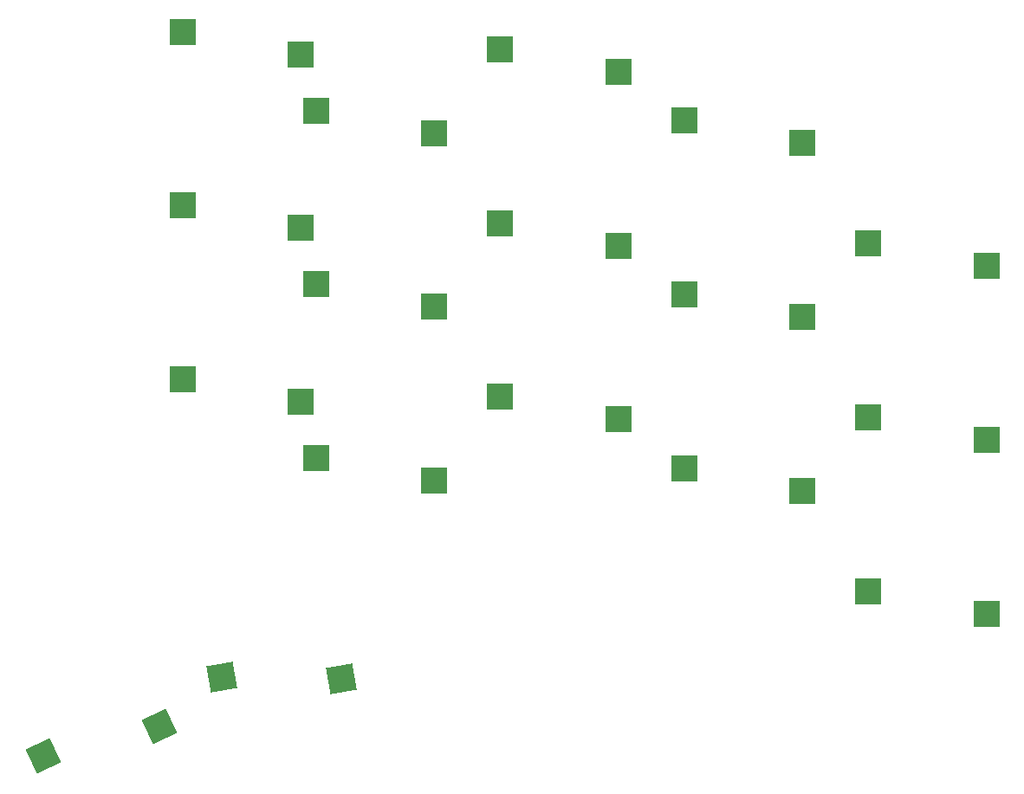
<source format=gbp>
G04 #@! TF.GenerationSoftware,KiCad,Pcbnew,7.0.6*
G04 #@! TF.CreationDate,2024-09-20T23:27:03+02:00*
G04 #@! TF.ProjectId,KoalaKeeb_v0.2_right,4b6f616c-614b-4656-9562-5f76302e325f,rev?*
G04 #@! TF.SameCoordinates,Original*
G04 #@! TF.FileFunction,Paste,Bot*
G04 #@! TF.FilePolarity,Positive*
%FSLAX46Y46*%
G04 Gerber Fmt 4.6, Leading zero omitted, Abs format (unit mm)*
G04 Created by KiCad (PCBNEW 7.0.6) date 2024-09-20 23:27:03*
%MOMM*%
%LPD*%
G01*
G04 APERTURE LIST*
G04 Aperture macros list*
%AMRotRect*
0 Rectangle, with rotation*
0 The origin of the aperture is its center*
0 $1 length*
0 $2 width*
0 $3 Rotation angle, in degrees counterclockwise*
0 Add horizontal line*
21,1,$1,$2,0,0,$3*%
G04 Aperture macros list end*
%ADD10R,2.600000X2.600000*%
%ADD11RotRect,2.600000X2.600000X10.000000*%
%ADD12RotRect,2.600000X2.600000X25.000000*%
G04 APERTURE END LIST*
D10*
X153275000Y-71950000D03*
X141725000Y-69750000D03*
X135275000Y-59950000D03*
X123725000Y-57750000D03*
D11*
X90258452Y-95290908D03*
X78501897Y-95129968D03*
D10*
X117275000Y-69950000D03*
X105725000Y-67750000D03*
X99275000Y-75950000D03*
X87725000Y-73750000D03*
X135275000Y-76950000D03*
X123725000Y-74750000D03*
D12*
X72482737Y-100008457D03*
X61085122Y-102895820D03*
D10*
X99275000Y-41950000D03*
X87725000Y-39750000D03*
X99275000Y-58950000D03*
X87725000Y-56750000D03*
X74725000Y-49050000D03*
X86275000Y-51250000D03*
X74725000Y-32050000D03*
X86275000Y-34250000D03*
X153275000Y-54950000D03*
X141725000Y-52750000D03*
X117275000Y-35950000D03*
X105725000Y-33750000D03*
X117275000Y-52950000D03*
X105725000Y-50750000D03*
X74725000Y-66050000D03*
X86275000Y-68250000D03*
X153275000Y-88950000D03*
X141725000Y-86750000D03*
X135275000Y-42950000D03*
X123725000Y-40750000D03*
M02*

</source>
